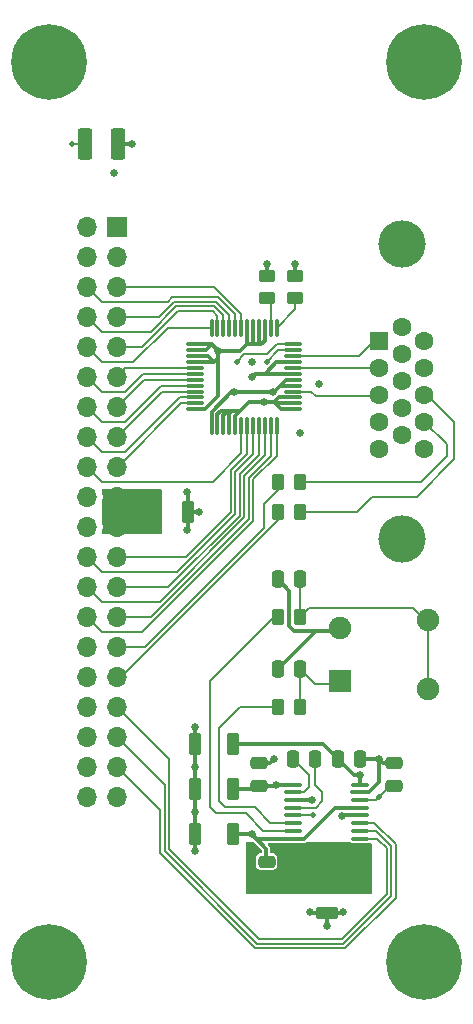
<source format=gbr>
%TF.GenerationSoftware,KiCad,Pcbnew,9.0.2+1*%
%TF.CreationDate,2025-07-26T23:55:51+01:00*%
%TF.ProjectId,ICE40HXDevBoardVGA,49434534-3048-4584-9465-76426f617264,rev?*%
%TF.SameCoordinates,Original*%
%TF.FileFunction,Copper,L1,Top*%
%TF.FilePolarity,Positive*%
%FSLAX46Y46*%
G04 Gerber Fmt 4.6, Leading zero omitted, Abs format (unit mm)*
G04 Created by KiCad (PCBNEW 9.0.2+1) date 2025-07-26 23:55:51*
%MOMM*%
%LPD*%
G01*
G04 APERTURE LIST*
G04 Aperture macros list*
%AMRoundRect*
0 Rectangle with rounded corners*
0 $1 Rounding radius*
0 $2 $3 $4 $5 $6 $7 $8 $9 X,Y pos of 4 corners*
0 Add a 4 corners polygon primitive as box body*
4,1,4,$2,$3,$4,$5,$6,$7,$8,$9,$2,$3,0*
0 Add four circle primitives for the rounded corners*
1,1,$1+$1,$2,$3*
1,1,$1+$1,$4,$5*
1,1,$1+$1,$6,$7*
1,1,$1+$1,$8,$9*
0 Add four rect primitives between the rounded corners*
20,1,$1+$1,$2,$3,$4,$5,0*
20,1,$1+$1,$4,$5,$6,$7,0*
20,1,$1+$1,$6,$7,$8,$9,0*
20,1,$1+$1,$8,$9,$2,$3,0*%
G04 Aperture macros list end*
%TA.AperFunction,SMDPad,CuDef*%
%ADD10RoundRect,0.250000X-0.250000X-0.475000X0.250000X-0.475000X0.250000X0.475000X-0.250000X0.475000X0*%
%TD*%
%TA.AperFunction,SMDPad,CuDef*%
%ADD11RoundRect,0.250000X0.275000X0.700000X-0.275000X0.700000X-0.275000X-0.700000X0.275000X-0.700000X0*%
%TD*%
%TA.AperFunction,ComponentPad*%
%ADD12R,1.900000X1.900000*%
%TD*%
%TA.AperFunction,ComponentPad*%
%ADD13C,1.900000*%
%TD*%
%TA.AperFunction,ComponentPad*%
%ADD14C,6.400000*%
%TD*%
%TA.AperFunction,SMDPad,CuDef*%
%ADD15RoundRect,0.250000X-0.375000X-1.075000X0.375000X-1.075000X0.375000X1.075000X-0.375000X1.075000X0*%
%TD*%
%TA.AperFunction,SMDPad,CuDef*%
%ADD16RoundRect,0.250000X-0.475000X0.250000X-0.475000X-0.250000X0.475000X-0.250000X0.475000X0.250000X0*%
%TD*%
%TA.AperFunction,SMDPad,CuDef*%
%ADD17RoundRect,0.250000X0.475000X-0.250000X0.475000X0.250000X-0.475000X0.250000X-0.475000X-0.250000X0*%
%TD*%
%TA.AperFunction,ComponentPad*%
%ADD18C,4.000000*%
%TD*%
%TA.AperFunction,ComponentPad*%
%ADD19R,1.600000X1.600000*%
%TD*%
%TA.AperFunction,ComponentPad*%
%ADD20C,1.600000*%
%TD*%
%TA.AperFunction,SMDPad,CuDef*%
%ADD21RoundRect,0.250000X-0.262500X-0.450000X0.262500X-0.450000X0.262500X0.450000X-0.262500X0.450000X0*%
%TD*%
%TA.AperFunction,ComponentPad*%
%ADD22R,1.700000X1.700000*%
%TD*%
%TA.AperFunction,ComponentPad*%
%ADD23O,1.700000X1.700000*%
%TD*%
%TA.AperFunction,SMDPad,CuDef*%
%ADD24RoundRect,0.075000X-0.662500X-0.075000X0.662500X-0.075000X0.662500X0.075000X-0.662500X0.075000X0*%
%TD*%
%TA.AperFunction,SMDPad,CuDef*%
%ADD25RoundRect,0.075000X-0.075000X-0.662500X0.075000X-0.662500X0.075000X0.662500X-0.075000X0.662500X0*%
%TD*%
%TA.AperFunction,SMDPad,CuDef*%
%ADD26RoundRect,0.250000X0.250000X0.475000X-0.250000X0.475000X-0.250000X-0.475000X0.250000X-0.475000X0*%
%TD*%
%TA.AperFunction,SMDPad,CuDef*%
%ADD27RoundRect,0.100000X-0.637500X-0.100000X0.637500X-0.100000X0.637500X0.100000X-0.637500X0.100000X0*%
%TD*%
%TA.AperFunction,SMDPad,CuDef*%
%ADD28RoundRect,0.250000X0.450000X-0.262500X0.450000X0.262500X-0.450000X0.262500X-0.450000X-0.262500X0*%
%TD*%
%TA.AperFunction,SMDPad,CuDef*%
%ADD29RoundRect,0.250000X-0.450000X0.262500X-0.450000X-0.262500X0.450000X-0.262500X0.450000X0.262500X0*%
%TD*%
%TA.AperFunction,SMDPad,CuDef*%
%ADD30RoundRect,0.250000X-0.700000X0.275000X-0.700000X-0.275000X0.700000X-0.275000X0.700000X0.275000X0*%
%TD*%
%TA.AperFunction,ViaPad*%
%ADD31C,0.508000*%
%TD*%
%TA.AperFunction,ViaPad*%
%ADD32C,0.635000*%
%TD*%
%TA.AperFunction,Conductor*%
%ADD33C,0.190500*%
%TD*%
%TA.AperFunction,Conductor*%
%ADD34C,0.317500*%
%TD*%
G04 APERTURE END LIST*
D10*
%TO.P,C6,1*%
%TO.N,Net-(U2-CAPP)*%
X103190000Y-128905000D03*
%TO.P,C6,2*%
%TO.N,Net-(U2-CAPM)*%
X105090000Y-128905000D03*
%TD*%
D11*
%TO.P,FB4,1*%
%TO.N,/I2S/AVDD*%
X98095000Y-135255000D03*
%TO.P,FB4,2*%
%TO.N,+3V3*%
X94945000Y-135255000D03*
%TD*%
D12*
%TO.P,J3,R*%
%TO.N,Net-(C10-Pad1)*%
X107165000Y-122265000D03*
D13*
%TO.P,J3,S*%
%TO.N,GNDA*%
X107165000Y-117765000D03*
%TO.P,J3,T*%
%TO.N,Net-(C11-Pad1)*%
X114665000Y-122915000D03*
X114665000Y-117115000D03*
%TD*%
D14*
%TO.P,H4,1,1*%
%TO.N,GND*%
X114300000Y-146050000D03*
%TD*%
D11*
%TO.P,FB1,1*%
%TO.N,+3.3VDAC*%
X94285000Y-107950000D03*
%TO.P,FB1,2*%
%TO.N,+3V3*%
X91135000Y-107950000D03*
%TD*%
D15*
%TO.P,D1,1,K*%
%TO.N,Net-(D1-K)*%
X85595000Y-76835000D03*
%TO.P,D1,2,A*%
%TO.N,+3V3*%
X88395000Y-76835000D03*
%TD*%
D14*
%TO.P,H3,1,1*%
%TO.N,GND*%
X82550000Y-146050000D03*
%TD*%
D11*
%TO.P,FB5,1*%
%TO.N,/I2S/DVDD*%
X98095000Y-127635000D03*
%TO.P,FB5,2*%
%TO.N,+3V3*%
X94945000Y-127635000D03*
%TD*%
D16*
%TO.P,C9,1*%
%TO.N,/I2S/AVDD*%
X100965000Y-137560000D03*
%TO.P,C9,2*%
%TO.N,GNDA*%
X100965000Y-139460000D03*
%TD*%
D17*
%TO.P,C5,1*%
%TO.N,/I2S/CPVDD*%
X100330000Y-131125000D03*
%TO.P,C5,2*%
%TO.N,GNDA*%
X100330000Y-129225000D03*
%TD*%
D18*
%TO.P,J2,0*%
%TO.N,GND*%
X112390000Y-110285000D03*
X112390000Y-85285000D03*
D19*
%TO.P,J2,1*%
%TO.N,/RED*%
X110500000Y-93470000D03*
D20*
%TO.P,J2,2*%
%TO.N,/GREEN*%
X110500000Y-95760000D03*
%TO.P,J2,3*%
%TO.N,/BLUE*%
X110500000Y-98050000D03*
%TO.P,J2,4*%
%TO.N,unconnected-(J2-Pad4)*%
X110500000Y-100340000D03*
%TO.P,J2,5*%
%TO.N,GND*%
X110500000Y-102630000D03*
%TO.P,J2,6*%
X112400000Y-92325000D03*
%TO.P,J2,7*%
X112400000Y-94615000D03*
%TO.P,J2,8*%
X112400000Y-96905000D03*
%TO.P,J2,9*%
%TO.N,unconnected-(J2-Pad9)*%
X112400000Y-99195000D03*
%TO.P,J2,10*%
%TO.N,GND*%
X112400000Y-101485000D03*
%TO.P,J2,11*%
%TO.N,unconnected-(J2-Pad11)*%
X114300000Y-93470000D03*
%TO.P,J2,12*%
%TO.N,unconnected-(J2-Pad12)*%
X114300000Y-95760000D03*
%TO.P,J2,13*%
%TO.N,Net-(J2-Pad13)*%
X114300000Y-98050000D03*
%TO.P,J2,14*%
%TO.N,Net-(J2-Pad14)*%
X114300000Y-100340000D03*
%TO.P,J2,15*%
%TO.N,unconnected-(J2-Pad15)*%
X114300000Y-102630000D03*
%TD*%
D21*
%TO.P,R6,1*%
%TO.N,/HSYNC*%
X101957500Y-107950000D03*
%TO.P,R6,2*%
%TO.N,Net-(J2-Pad13)*%
X103782500Y-107950000D03*
%TD*%
D22*
%TO.P,J1,1,Pin_1*%
%TO.N,+5V*%
X88265000Y-83820000D03*
D23*
%TO.P,J1,2,Pin_2*%
%TO.N,GND*%
X85725000Y-83820000D03*
%TO.P,J1,3,Pin_3*%
%TO.N,unconnected-(J1-Pin_3-Pad3)*%
X88265000Y-86360000D03*
%TO.P,J1,4,Pin_4*%
%TO.N,unconnected-(J1-Pin_4-Pad4)*%
X85725000Y-86360000D03*
%TO.P,J1,5,Pin_5*%
%TO.N,/RED0*%
X88265000Y-88900000D03*
%TO.P,J1,6,Pin_6*%
%TO.N,/RED1*%
X85725000Y-88900000D03*
%TO.P,J1,7,Pin_7*%
%TO.N,/RED2*%
X88265000Y-91440000D03*
%TO.P,J1,8,Pin_8*%
%TO.N,/RED3*%
X85725000Y-91440000D03*
%TO.P,J1,9,Pin_9*%
%TO.N,/RED4*%
X88265000Y-93980000D03*
%TO.P,J1,10,Pin_10*%
%TO.N,/RED5*%
X85725000Y-93980000D03*
%TO.P,J1,11,Pin_11*%
%TO.N,/GREEN0*%
X88265000Y-96520000D03*
%TO.P,J1,12,Pin_12*%
%TO.N,/GREEN1*%
X85725000Y-96520000D03*
%TO.P,J1,13,Pin_13*%
%TO.N,/GREEN2*%
X88265000Y-99060000D03*
%TO.P,J1,14,Pin_14*%
%TO.N,/GREEN3*%
X85725000Y-99060000D03*
%TO.P,J1,15,Pin_15*%
%TO.N,/GREEN4*%
X88265000Y-101600000D03*
%TO.P,J1,16,Pin_16*%
%TO.N,/GREEN5*%
X85725000Y-101600000D03*
%TO.P,J1,17,Pin_17*%
%TO.N,/~{VGABLANK}*%
X88265000Y-104140000D03*
%TO.P,J1,18,Pin_18*%
%TO.N,/BLUE0*%
X85725000Y-104140000D03*
%TO.P,J1,19,Pin_19*%
%TO.N,+3V3*%
X88265000Y-106680000D03*
%TO.P,J1,20,Pin_20*%
%TO.N,GND*%
X85725000Y-106680000D03*
%TO.P,J1,21,Pin_21*%
%TO.N,+3V3*%
X88265000Y-109220000D03*
%TO.P,J1,22,Pin_22*%
%TO.N,GND*%
X85725000Y-109220000D03*
%TO.P,J1,23,Pin_23*%
%TO.N,/BLUE1*%
X88265000Y-111760000D03*
%TO.P,J1,24,Pin_24*%
%TO.N,/BLUE2*%
X85725000Y-111760000D03*
%TO.P,J1,25,Pin_25*%
%TO.N,/BLUE3*%
X88265000Y-114300000D03*
%TO.P,J1,26,Pin_26*%
%TO.N,/BLUE4*%
X85725000Y-114300000D03*
%TO.P,J1,27,Pin_27*%
%TO.N,/BLUE5*%
X88265000Y-116840000D03*
%TO.P,J1,28,Pin_28*%
%TO.N,/DACCLK*%
X85725000Y-116840000D03*
%TO.P,J1,29,Pin_29*%
%TO.N,/VSYNC*%
X88265000Y-119380000D03*
%TO.P,J1,30,Pin_30*%
%TO.N,/I2SMUTE*%
X85725000Y-119380000D03*
%TO.P,J1,31,Pin_31*%
%TO.N,/HSYNC*%
X88265000Y-121920000D03*
%TO.P,J1,32,Pin_32*%
%TO.N,unconnected-(J1-Pin_32-Pad32)*%
X85725000Y-121920000D03*
%TO.P,J1,33,Pin_33*%
%TO.N,/I2SBCK*%
X88265000Y-124460000D03*
%TO.P,J1,34,Pin_34*%
%TO.N,unconnected-(J1-Pin_34-Pad34)*%
X85725000Y-124460000D03*
%TO.P,J1,35,Pin_35*%
%TO.N,/I2SDIN*%
X88265000Y-127000000D03*
%TO.P,J1,36,Pin_36*%
%TO.N,unconnected-(J1-Pin_36-Pad36)*%
X85725000Y-127000000D03*
%TO.P,J1,37,Pin_37*%
%TO.N,/I2SLRCK*%
X88265000Y-129540000D03*
%TO.P,J1,38,Pin_38*%
%TO.N,unconnected-(J1-Pin_38-Pad38)*%
X85725000Y-129540000D03*
%TO.P,J1,39,Pin_39*%
%TO.N,+5V*%
X88265000Y-132080000D03*
%TO.P,J1,40,Pin_40*%
%TO.N,GND*%
X85725000Y-132080000D03*
%TD*%
D11*
%TO.P,FB2,1*%
%TO.N,/I2S/CPVDD*%
X98095000Y-131445000D03*
%TO.P,FB2,2*%
%TO.N,+3V3*%
X94945000Y-131445000D03*
%TD*%
D21*
%TO.P,R8,1*%
%TO.N,Net-(U2-OUTL)*%
X101957500Y-124460000D03*
%TO.P,R8,2*%
%TO.N,Net-(C10-Pad1)*%
X103782500Y-124460000D03*
%TD*%
D10*
%TO.P,C14,1*%
%TO.N,/I2S/DVDD*%
X107000000Y-128905000D03*
%TO.P,C14,2*%
%TO.N,GNDA*%
X108900000Y-128905000D03*
%TD*%
D21*
%TO.P,R9,1*%
%TO.N,Net-(U2-OUTR)*%
X101957500Y-116840000D03*
%TO.P,R9,2*%
%TO.N,Net-(C11-Pad1)*%
X103782500Y-116840000D03*
%TD*%
D24*
%TO.P,U1,1,G0*%
%TO.N,GND*%
X94897500Y-93770000D03*
%TO.P,U1,2,G1*%
X94897500Y-94270000D03*
%TO.P,U1,3,G2*%
X94897500Y-94770000D03*
%TO.P,U1,4,G3*%
X94897500Y-95270000D03*
%TO.P,U1,5,G4*%
%TO.N,/GREEN0*%
X94897500Y-95770000D03*
%TO.P,U1,6,G5*%
%TO.N,/GREEN1*%
X94897500Y-96270000D03*
%TO.P,U1,7,G6*%
%TO.N,/GREEN2*%
X94897500Y-96770000D03*
%TO.P,U1,8,G7*%
%TO.N,/GREEN3*%
X94897500Y-97270000D03*
%TO.P,U1,9,G8*%
%TO.N,/GREEN4*%
X94897500Y-97770000D03*
%TO.P,U1,10,G9*%
%TO.N,/GREEN5*%
X94897500Y-98270000D03*
%TO.P,U1,11,~{BLANK}*%
%TO.N,/~{VGABLANK}*%
X94897500Y-98770000D03*
%TO.P,U1,12,~{SYNC}*%
%TO.N,GND*%
X94897500Y-99270000D03*
D25*
%TO.P,U1,13,VAA*%
%TO.N,+3.3VDAC*%
X96310000Y-100682500D03*
%TO.P,U1,14,B0*%
%TO.N,GND*%
X96810000Y-100682500D03*
%TO.P,U1,15,B1*%
X97310000Y-100682500D03*
%TO.P,U1,16,B2*%
X97810000Y-100682500D03*
%TO.P,U1,17,B3*%
X98310000Y-100682500D03*
%TO.P,U1,18,B4*%
%TO.N,/BLUE0*%
X98810000Y-100682500D03*
%TO.P,U1,19,B5*%
%TO.N,/BLUE1*%
X99310000Y-100682500D03*
%TO.P,U1,20,B6*%
%TO.N,/BLUE2*%
X99810000Y-100682500D03*
%TO.P,U1,21,B7*%
%TO.N,/BLUE3*%
X100310000Y-100682500D03*
%TO.P,U1,22,B8*%
%TO.N,/BLUE4*%
X100810000Y-100682500D03*
%TO.P,U1,23,B9*%
%TO.N,/BLUE5*%
X101310000Y-100682500D03*
%TO.P,U1,24,CLOCK*%
%TO.N,/DACCLK*%
X101810000Y-100682500D03*
D24*
%TO.P,U1,25,GND*%
%TO.N,GND*%
X103222500Y-99270000D03*
%TO.P,U1,26,GND*%
X103222500Y-98770000D03*
%TO.P,U1,27,~{IOB}*%
X103222500Y-98270000D03*
%TO.P,U1,28,IOB*%
%TO.N,/BLUE*%
X103222500Y-97770000D03*
%TO.P,U1,29,VAA*%
%TO.N,+3.3VDAC*%
X103222500Y-97270000D03*
%TO.P,U1,30,VAA*%
X103222500Y-96770000D03*
%TO.P,U1,31,~{IOG}*%
%TO.N,GND*%
X103222500Y-96270000D03*
%TO.P,U1,32,IOG*%
%TO.N,/GREEN*%
X103222500Y-95770000D03*
%TO.P,U1,33,~{IOR}*%
%TO.N,GND*%
X103222500Y-95270000D03*
%TO.P,U1,34,IOR*%
%TO.N,/RED*%
X103222500Y-94770000D03*
%TO.P,U1,35,COMP*%
%TO.N,Net-(U1D-COMP)*%
X103222500Y-94270000D03*
%TO.P,U1,36,VREF*%
%TO.N,Net-(U1D-VREF)*%
X103222500Y-93770000D03*
D25*
%TO.P,U1,37,RSET*%
%TO.N,Net-(U1D-RSET)*%
X101810000Y-92357500D03*
%TO.P,U1,38,~{PSAVE}*%
%TO.N,Net-(U1D-~{PSAVE})*%
X101310000Y-92357500D03*
%TO.P,U1,39,R0*%
%TO.N,GND*%
X100810000Y-92357500D03*
%TO.P,U1,40,R1*%
X100310000Y-92357500D03*
%TO.P,U1,41,R2*%
X99810000Y-92357500D03*
%TO.P,U1,42,R3*%
X99310000Y-92357500D03*
%TO.P,U1,43,R4*%
%TO.N,/RED0*%
X98810000Y-92357500D03*
%TO.P,U1,44,R5*%
%TO.N,/RED1*%
X98310000Y-92357500D03*
%TO.P,U1,45,R6*%
%TO.N,/RED2*%
X97810000Y-92357500D03*
%TO.P,U1,46,R7*%
%TO.N,/RED3*%
X97310000Y-92357500D03*
%TO.P,U1,47,R8*%
%TO.N,/RED4*%
X96810000Y-92357500D03*
%TO.P,U1,48,R9*%
%TO.N,/RED5*%
X96310000Y-92357500D03*
%TD*%
D26*
%TO.P,C11,1*%
%TO.N,Net-(C11-Pad1)*%
X103820000Y-113665000D03*
%TO.P,C11,2*%
%TO.N,GNDA*%
X101920000Y-113665000D03*
%TD*%
D27*
%TO.P,U2,1,CPVDD*%
%TO.N,/I2S/CPVDD*%
X103182500Y-131060000D03*
%TO.P,U2,2,CAPP*%
%TO.N,Net-(U2-CAPP)*%
X103182500Y-131710000D03*
%TO.P,U2,3,CPGND*%
%TO.N,GNDA*%
X103182500Y-132360000D03*
%TO.P,U2,4,CAPM*%
%TO.N,Net-(U2-CAPM)*%
X103182500Y-133010000D03*
%TO.P,U2,5,VNEG*%
%TO.N,Net-(U2-VNEG)*%
X103182500Y-133660000D03*
%TO.P,U2,6,OUTL*%
%TO.N,Net-(U2-OUTL)*%
X103182500Y-134310000D03*
%TO.P,U2,7,OUTR*%
%TO.N,Net-(U2-OUTR)*%
X103182500Y-134960000D03*
%TO.P,U2,8,AVDD*%
%TO.N,/I2S/AVDD*%
X103182500Y-135610000D03*
%TO.P,U2,9,AGND*%
%TO.N,GNDA*%
X103182500Y-136260000D03*
%TO.P,U2,10,DEMP*%
X103182500Y-136910000D03*
%TO.P,U2,11,FLT*%
X108907500Y-136910000D03*
%TO.P,U2,12,SCK*%
X108907500Y-136260000D03*
%TO.P,U2,13,BCK*%
%TO.N,/I2SBCK*%
X108907500Y-135610000D03*
%TO.P,U2,14,DIN*%
%TO.N,/I2SDIN*%
X108907500Y-134960000D03*
%TO.P,U2,15,LRCK*%
%TO.N,/I2SLRCK*%
X108907500Y-134310000D03*
%TO.P,U2,16,FMT*%
%TO.N,GNDA*%
X108907500Y-133660000D03*
%TO.P,U2,17,XSMT*%
%TO.N,/I2S/AVDD*%
X108907500Y-133010000D03*
%TO.P,U2,18,LDOO*%
%TO.N,/I2S/LDOO*%
X108907500Y-132360000D03*
%TO.P,U2,19,DGND*%
%TO.N,GNDA*%
X108907500Y-131710000D03*
%TO.P,U2,20,DVDD*%
%TO.N,/I2S/DVDD*%
X108907500Y-131060000D03*
%TD*%
D14*
%TO.P,H2,1,1*%
%TO.N,GND*%
X114300000Y-69850000D03*
%TD*%
D26*
%TO.P,C10,1*%
%TO.N,Net-(C10-Pad1)*%
X103820000Y-121285000D03*
%TO.P,C10,2*%
%TO.N,GNDA*%
X101920000Y-121285000D03*
%TD*%
D16*
%TO.P,C15,1*%
%TO.N,GNDA*%
X111760000Y-129225000D03*
%TO.P,C15,2*%
%TO.N,/I2S/LDOO*%
X111760000Y-131125000D03*
%TD*%
D28*
%TO.P,R2,1*%
%TO.N,Net-(U1D-RSET)*%
X103378000Y-89812500D03*
%TO.P,R2,2*%
%TO.N,GND*%
X103378000Y-87987500D03*
%TD*%
D21*
%TO.P,R7,1*%
%TO.N,/VSYNC*%
X101957500Y-105410000D03*
%TO.P,R7,2*%
%TO.N,Net-(J2-Pad14)*%
X103782500Y-105410000D03*
%TD*%
D29*
%TO.P,R5,1*%
%TO.N,+3.3VDAC*%
X100965000Y-87987500D03*
%TO.P,R5,2*%
%TO.N,Net-(U1D-~{PSAVE})*%
X100965000Y-89812500D03*
%TD*%
D14*
%TO.P,H1,1,1*%
%TO.N,GND*%
X82550000Y-69850000D03*
%TD*%
D30*
%TO.P,FB3,1*%
%TO.N,GNDA*%
X106045000Y-138760000D03*
%TO.P,FB3,2*%
%TO.N,GND*%
X106045000Y-141910000D03*
%TD*%
D31*
%TO.N,Net-(U1D-COMP)*%
X100965000Y-95250000D03*
D32*
%TO.N,+3V3*%
X94945000Y-136652000D03*
X94945000Y-126187000D03*
X94945000Y-129540000D03*
X94945000Y-133350000D03*
X89535000Y-76835000D03*
D31*
%TO.N,Net-(U1D-VREF)*%
X98425000Y-95250000D03*
D32*
%TO.N,GND*%
X105410000Y-97155000D03*
X88011000Y-79248000D03*
X99695000Y-96520000D03*
X104648000Y-141859000D03*
X100711000Y-98679000D03*
X103782500Y-101242500D03*
X107442000Y-141859000D03*
X96837500Y-94297500D03*
X106045000Y-143002000D03*
X103378000Y-86995000D03*
%TO.N,+3.3VDAC*%
X95250000Y-107950000D03*
X94234000Y-109474000D03*
X100965000Y-86995000D03*
X99695000Y-95250000D03*
X94234000Y-106299000D03*
X101473000Y-97790000D03*
X98171000Y-97790000D03*
%TO.N,/I2S/CPVDD*%
X101731000Y-131060000D03*
%TO.N,GNDA*%
X104775000Y-132360000D03*
X107315000Y-133664050D03*
X99735000Y-139700000D03*
X110490000Y-128905000D03*
X102108000Y-139700000D03*
X106045000Y-136779000D03*
X103251000Y-138557000D03*
X101600000Y-128905000D03*
X108966000Y-138557000D03*
D31*
%TO.N,Net-(U2-VNEG)*%
X104938375Y-133640375D03*
D32*
%TO.N,/I2S/AVDD*%
X99695000Y-135255000D03*
%TO.N,/I2S/DVDD*%
X108907500Y-130233500D03*
D31*
%TO.N,/I2S/LDOO*%
X110490000Y-132080000D03*
%TO.N,Net-(D1-K)*%
X84455000Y-76835000D03*
%TD*%
D33*
%TO.N,Net-(U1D-COMP)*%
X103222500Y-94270000D02*
X101945000Y-94270000D01*
X101945000Y-94270000D02*
X100965000Y-95250000D01*
D34*
%TO.N,+3V3*%
X88395000Y-76835000D02*
X89535000Y-76835000D01*
X94945000Y-136652000D02*
X94945000Y-135255000D01*
X94945000Y-131445000D02*
X94945000Y-135255000D01*
X94945000Y-127635000D02*
X94945000Y-129540000D01*
X94945000Y-129540000D02*
X94945000Y-131445000D01*
X94945000Y-126187000D02*
X94945000Y-127635000D01*
D33*
%TO.N,Net-(U1D-VREF)*%
X103222500Y-93770000D02*
X101810000Y-93770000D01*
X100965000Y-94615000D02*
X99060000Y-94615000D01*
X99060000Y-94615000D02*
X98425000Y-95250000D01*
X101810000Y-93770000D02*
X100965000Y-94615000D01*
D34*
%TO.N,GND*%
X97810000Y-99611500D02*
X98044000Y-99377500D01*
X98310000Y-99810000D02*
X98742500Y-99377500D01*
X100810000Y-92357500D02*
X100810000Y-93500000D01*
X99310000Y-92357500D02*
X99310000Y-93781030D01*
X94897500Y-93770000D02*
X96310000Y-93770000D01*
X94897500Y-94770000D02*
X96020000Y-94770000D01*
X96837500Y-94297500D02*
X96837500Y-94972500D01*
X104699000Y-141910000D02*
X104648000Y-141859000D01*
X94897500Y-94270000D02*
X95810000Y-94270000D01*
X95737060Y-99270000D02*
X96837500Y-98169560D01*
X94897500Y-99270000D02*
X95737060Y-99270000D01*
X96310000Y-93770000D02*
X96837500Y-94297500D01*
X96540000Y-95270000D02*
X96520000Y-95270000D01*
X100310000Y-93761030D02*
X100330000Y-93781030D01*
X98742500Y-99377500D02*
X98044000Y-99377500D01*
X103378000Y-87987500D02*
X103378000Y-86995000D01*
X102009000Y-98270000D02*
X103222500Y-98270000D01*
X97663000Y-99377500D02*
X97091500Y-99377500D01*
X101600000Y-98679000D02*
X101691000Y-98770000D01*
X100711000Y-98679000D02*
X99441000Y-98679000D01*
X107391000Y-141910000D02*
X107442000Y-141859000D01*
X99441000Y-98679000D02*
X98742500Y-99377500D01*
X100810000Y-93500000D02*
X100528970Y-93781030D01*
X100711000Y-98679000D02*
X101600000Y-98679000D01*
X106045000Y-141910000D02*
X104699000Y-141910000D01*
X99695000Y-93781030D02*
X99310000Y-93781030D01*
X103222500Y-96270000D02*
X100965000Y-96270000D01*
X99695000Y-96520000D02*
X99945000Y-96270000D01*
X97810000Y-100682500D02*
X97810000Y-99611500D01*
X97091500Y-99377500D02*
X96810000Y-99659000D01*
X98044000Y-99377500D02*
X97663000Y-99377500D01*
X101600000Y-98679000D02*
X102009000Y-98270000D01*
X101691000Y-98770000D02*
X103222500Y-98770000D01*
X99810000Y-92357500D02*
X99810000Y-93666030D01*
X99945000Y-96270000D02*
X100965000Y-96270000D01*
X100310000Y-92357500D02*
X100310000Y-93761030D01*
X102191000Y-99270000D02*
X101600000Y-98679000D01*
X99810000Y-93666030D02*
X99695000Y-93781030D01*
X98310000Y-100682500D02*
X98310000Y-99810000D01*
X96020000Y-94770000D02*
X96520000Y-95270000D01*
X101798125Y-95270000D02*
X100965000Y-96103125D01*
X103222500Y-99270000D02*
X102191000Y-99270000D01*
X99310000Y-93781030D02*
X98920530Y-94170500D01*
X96837500Y-94972500D02*
X96540000Y-95270000D01*
X95810000Y-94270000D02*
X96310000Y-93770000D01*
X97310000Y-99730500D02*
X97663000Y-99377500D01*
X98748882Y-94297500D02*
X96837500Y-94297500D01*
X96810000Y-99659000D02*
X96810000Y-100682500D01*
X98875882Y-94170500D02*
X98748882Y-94297500D01*
X98920530Y-94170500D02*
X98875882Y-94170500D01*
X100528970Y-93781030D02*
X100330000Y-93781030D01*
X96520000Y-95270000D02*
X94897500Y-95270000D01*
X100965000Y-96103125D02*
X100965000Y-96270000D01*
X106045000Y-141910000D02*
X106045000Y-143002000D01*
X96837500Y-98169560D02*
X96837500Y-94972500D01*
X103222500Y-95270000D02*
X101798125Y-95270000D01*
X100330000Y-93781030D02*
X99695000Y-93781030D01*
X106045000Y-141910000D02*
X107391000Y-141910000D01*
X97310000Y-100682500D02*
X97310000Y-99730500D01*
D33*
%TO.N,/BLUE1*%
X99310000Y-103031816D02*
X99310000Y-100682500D01*
X88265000Y-111760000D02*
X94107000Y-111760000D01*
X94107000Y-111760000D02*
X97917000Y-107950000D01*
X97917000Y-104424816D02*
X99310000Y-103031816D01*
X97917000Y-107950000D02*
X97917000Y-104424816D01*
%TO.N,/RED3*%
X97310000Y-91312556D02*
X97310000Y-92357500D01*
X86995000Y-92710000D02*
X91155184Y-92710000D01*
X96548444Y-90551000D02*
X97310000Y-91312556D01*
X91155184Y-92710000D02*
X93314184Y-90551000D01*
X85725000Y-91440000D02*
X86995000Y-92710000D01*
X93314184Y-90551000D02*
X96548444Y-90551000D01*
%TO.N,/HSYNC*%
X101957500Y-108608500D02*
X101957500Y-107950000D01*
X88265000Y-121920000D02*
X88646000Y-121920000D01*
X88646000Y-121920000D02*
X101957500Y-108608500D01*
%TO.N,/GREEN0*%
X89015000Y-95770000D02*
X94897500Y-95770000D01*
X88265000Y-96520000D02*
X89015000Y-95770000D01*
%TO.N,/BLUE5*%
X91182264Y-116840000D02*
X88265000Y-116840000D01*
X99441000Y-105056080D02*
X99441000Y-108581264D01*
X101310000Y-100682500D02*
X101310000Y-103187080D01*
X101310000Y-103187080D02*
X99441000Y-105056080D01*
X99441000Y-108581264D02*
X91182264Y-116840000D01*
%TO.N,/GREEN1*%
X88996184Y-97790000D02*
X90516184Y-96270000D01*
X86995000Y-97790000D02*
X88996184Y-97790000D01*
X90516184Y-96270000D02*
X94897500Y-96270000D01*
X85725000Y-96520000D02*
X86995000Y-97790000D01*
%TO.N,/GREEN3*%
X85725000Y-99060000D02*
X86995000Y-100330000D01*
X92056184Y-97270000D02*
X94897500Y-97270000D01*
X86995000Y-100330000D02*
X88996184Y-100330000D01*
X88996184Y-100330000D02*
X92056184Y-97270000D01*
%TO.N,/RED1*%
X92617552Y-90170000D02*
X92998552Y-89789000D01*
X96864076Y-89789000D02*
X98310000Y-91234924D01*
X85725000Y-88900000D02*
X86995000Y-90170000D01*
X86995000Y-90170000D02*
X92617552Y-90170000D01*
X98310000Y-91234924D02*
X98310000Y-92357500D01*
X92998552Y-89789000D02*
X96864076Y-89789000D01*
D34*
%TO.N,+3.3VDAC*%
X94285000Y-106350000D02*
X94234000Y-106299000D01*
X94285000Y-107950000D02*
X94285000Y-109423000D01*
X102620000Y-96770000D02*
X103222500Y-96770000D01*
X100965000Y-87987500D02*
X100965000Y-86995000D01*
X94285000Y-109423000D02*
X94234000Y-109474000D01*
X101600000Y-97790000D02*
X102620000Y-96770000D01*
X101600000Y-97790000D02*
X101473000Y-97790000D01*
X96310000Y-99458540D02*
X96310000Y-100682500D01*
X98171000Y-97790000D02*
X97978540Y-97790000D01*
X94285000Y-107950000D02*
X95250000Y-107950000D01*
X101473000Y-97790000D02*
X98171000Y-97790000D01*
X101600000Y-97790000D02*
X102120000Y-97270000D01*
X102120000Y-97270000D02*
X103222500Y-97270000D01*
X97978540Y-97790000D02*
X96310000Y-99458540D01*
X94285000Y-107950000D02*
X94285000Y-106350000D01*
D33*
%TO.N,/DACCLK*%
X101810000Y-103225896D02*
X101810000Y-100682500D01*
X90451080Y-118110000D02*
X99822000Y-108739080D01*
X85725000Y-116840000D02*
X86995000Y-118110000D01*
X99822000Y-108739080D02*
X99822000Y-105213896D01*
X99822000Y-105213896D02*
X101810000Y-103225896D01*
X86995000Y-118110000D02*
X90451080Y-118110000D01*
%TO.N,/RED4*%
X96810000Y-91351372D02*
X96810000Y-92357500D01*
X90424000Y-93980000D02*
X93472000Y-90932000D01*
X93472000Y-90932000D02*
X96390628Y-90932000D01*
X96390628Y-90932000D02*
X96810000Y-91351372D01*
X88265000Y-93980000D02*
X90424000Y-93980000D01*
%TO.N,/RED2*%
X97810000Y-91273740D02*
X97810000Y-92357500D01*
X96706260Y-90170000D02*
X97810000Y-91273740D01*
X93156368Y-90170000D02*
X96706260Y-90170000D01*
X91886368Y-91440000D02*
X93156368Y-90170000D01*
X88265000Y-91440000D02*
X91886368Y-91440000D01*
%TO.N,/VSYNC*%
X88265000Y-119380000D02*
X90647184Y-119380000D01*
X101957500Y-106068500D02*
X101957500Y-105410000D01*
X100711000Y-109316184D02*
X100711000Y-107315000D01*
X100711000Y-107315000D02*
X101957500Y-106068500D01*
X90647184Y-119380000D02*
X100711000Y-109316184D01*
%TO.N,/GREEN2*%
X90555000Y-96770000D02*
X94897500Y-96770000D01*
X88265000Y-99060000D02*
X90555000Y-96770000D01*
%TO.N,/GREEN5*%
X93596184Y-98270000D02*
X94897500Y-98270000D01*
X86995000Y-102870000D02*
X88996184Y-102870000D01*
X85725000Y-101600000D02*
X86995000Y-102870000D01*
X88996184Y-102870000D02*
X93596184Y-98270000D01*
%TO.N,/RED0*%
X96513892Y-88900000D02*
X98810000Y-91196108D01*
X88265000Y-88900000D02*
X96513892Y-88900000D01*
X98810000Y-91196108D02*
X98810000Y-92357500D01*
%TO.N,/BLUE4*%
X100810000Y-100682500D02*
X100810000Y-103148264D01*
X99060000Y-104898264D02*
X99060000Y-108423448D01*
X91913448Y-115570000D02*
X86995000Y-115570000D01*
X99060000Y-108423448D02*
X91913448Y-115570000D01*
X86995000Y-115570000D02*
X85725000Y-114300000D01*
X100810000Y-103148264D02*
X99060000Y-104898264D01*
D34*
%TO.N,/I2S/CPVDD*%
X98095000Y-131445000D02*
X100010000Y-131445000D01*
X101731000Y-131060000D02*
X103182500Y-131060000D01*
X101666000Y-131125000D02*
X100330000Y-131125000D01*
X100010000Y-131445000D02*
X100330000Y-131125000D01*
X101731000Y-131060000D02*
X101666000Y-131125000D01*
D33*
%TO.N,/RED5*%
X85725000Y-93980000D02*
X86995000Y-95250000D01*
X89692816Y-95250000D02*
X92585316Y-92357500D01*
X92585316Y-92357500D02*
X96310000Y-92357500D01*
X86995000Y-95250000D02*
X89692816Y-95250000D01*
%TO.N,/GREEN4*%
X88265000Y-101600000D02*
X92095000Y-97770000D01*
X92095000Y-97770000D02*
X94897500Y-97770000D01*
D34*
%TO.N,GNDA*%
X102870000Y-114615000D02*
X102870000Y-117602000D01*
X101920000Y-121285000D02*
X105186000Y-118019000D01*
X101920000Y-113665000D02*
X102870000Y-114615000D01*
X109644999Y-131710000D02*
X110490000Y-130864999D01*
X108900000Y-128905000D02*
X110490000Y-128905000D01*
X111760000Y-129225000D02*
X110810000Y-129225000D01*
X108181894Y-131710000D02*
X108907500Y-131710000D01*
X107319050Y-133660000D02*
X108907500Y-133660000D01*
X100135000Y-139300000D02*
X100925000Y-139300000D01*
X101708000Y-139300000D02*
X100925000Y-139300000D01*
X101280000Y-129225000D02*
X101600000Y-128905000D01*
X107315000Y-133664050D02*
X107319050Y-133660000D01*
X103182500Y-132360000D02*
X104775000Y-132360000D01*
X100330000Y-129225000D02*
X101280000Y-129225000D01*
X102870000Y-117602000D02*
X103287000Y-118019000D01*
X102108000Y-139700000D02*
X101708000Y-139300000D01*
X110810000Y-129225000D02*
X110490000Y-128905000D01*
X103287000Y-118019000D02*
X105186000Y-118019000D01*
X108907500Y-131710000D02*
X109644999Y-131710000D01*
X110490000Y-130864999D02*
X110490000Y-128905000D01*
X105186000Y-118019000D02*
X107165000Y-118019000D01*
X99735000Y-139700000D02*
X100135000Y-139300000D01*
D33*
%TO.N,/BLUE0*%
X86995000Y-105410000D02*
X85725000Y-104140000D01*
X98810000Y-100682500D02*
X98810000Y-102993000D01*
X96393000Y-105410000D02*
X86995000Y-105410000D01*
X98810000Y-102993000D02*
X96393000Y-105410000D01*
%TO.N,/~{VGABLANK}*%
X88392000Y-104140000D02*
X88265000Y-104140000D01*
X94897500Y-98770000D02*
X93762000Y-98770000D01*
X93762000Y-98770000D02*
X88392000Y-104140000D01*
%TO.N,Net-(U2-CAPM)*%
X105115000Y-133010000D02*
X105664000Y-132461000D01*
X105664000Y-131699000D02*
X105029000Y-131064000D01*
X105664000Y-132461000D02*
X105664000Y-131699000D01*
X105029000Y-128966000D02*
X105090000Y-128905000D01*
X105029000Y-131064000D02*
X105029000Y-128966000D01*
X103182500Y-133010000D02*
X105115000Y-133010000D01*
%TO.N,/BLUE3*%
X88265000Y-114300000D02*
X92644632Y-114300000D01*
X98679000Y-108265632D02*
X98679000Y-104740448D01*
X92644632Y-114300000D02*
X98679000Y-108265632D01*
X100310000Y-103109448D02*
X100310000Y-100682500D01*
X98679000Y-104740448D02*
X100310000Y-103109448D01*
%TO.N,/BLUE2*%
X99810000Y-103070632D02*
X98298000Y-104582632D01*
X93375816Y-113030000D02*
X86995000Y-113030000D01*
X86995000Y-113030000D02*
X85725000Y-111760000D01*
X98298000Y-104582632D02*
X98298000Y-108107816D01*
X99810000Y-100682500D02*
X99810000Y-103070632D01*
X98298000Y-108107816D02*
X93375816Y-113030000D01*
%TO.N,/RED*%
X103222500Y-94770000D02*
X108784669Y-94770000D01*
X108784669Y-94770000D02*
X110084669Y-93470000D01*
%TO.N,/BLUE*%
X110379000Y-98171000D02*
X110500000Y-98050000D01*
X103222500Y-97770000D02*
X104755000Y-97770000D01*
X105156000Y-98171000D02*
X110379000Y-98171000D01*
X104755000Y-97770000D02*
X105156000Y-98171000D01*
%TO.N,Net-(J2-Pad14)*%
X103782500Y-105410000D02*
X114046000Y-105410000D01*
X116205000Y-102245000D02*
X114300000Y-100340000D01*
X114046000Y-105410000D02*
X116205000Y-103251000D01*
X116205000Y-103251000D02*
X116205000Y-102245000D01*
%TO.N,Net-(J2-Pad13)*%
X116840000Y-103505000D02*
X116840000Y-100330000D01*
X109855000Y-106680000D02*
X113665000Y-106680000D01*
X116840000Y-100330000D02*
X114560000Y-98050000D01*
X113665000Y-106680000D02*
X116840000Y-103505000D01*
X108585000Y-107950000D02*
X109855000Y-106680000D01*
X103782500Y-107950000D02*
X108585000Y-107950000D01*
%TO.N,/GREEN*%
X103222500Y-95770000D02*
X110074669Y-95770000D01*
X110074669Y-95770000D02*
X110084669Y-95760000D01*
%TO.N,Net-(U1D-RSET)*%
X101810000Y-92357500D02*
X103378000Y-90789500D01*
X103378000Y-90789500D02*
X103378000Y-89812500D01*
%TO.N,Net-(U1D-~{PSAVE})*%
X100965000Y-89812500D02*
X101310000Y-90157500D01*
X101310000Y-90157500D02*
X101310000Y-92357500D01*
%TO.N,Net-(U2-CAPP)*%
X104521000Y-130236000D02*
X104521000Y-131289652D01*
X104521000Y-131289652D02*
X104100652Y-131710000D01*
X104100652Y-131710000D02*
X103182500Y-131710000D01*
X103190000Y-128905000D02*
X104521000Y-130236000D01*
%TO.N,Net-(U2-VNEG)*%
X104918750Y-133660000D02*
X103182500Y-133660000D01*
X104938375Y-133640375D02*
X104918750Y-133660000D01*
D34*
%TO.N,/I2S/AVDD*%
X100925000Y-136485000D02*
X100925000Y-137400000D01*
X99695000Y-135255000D02*
X100050000Y-135610000D01*
X99695000Y-135255000D02*
X100925000Y-136485000D01*
X103182500Y-135610000D02*
X104166000Y-135610000D01*
X104166000Y-135610000D02*
X106778700Y-132997300D01*
X99695000Y-135255000D02*
X98095000Y-135255000D01*
X108894800Y-132997300D02*
X108907500Y-133010000D01*
X106778700Y-132997300D02*
X108894800Y-132997300D01*
X100050000Y-135610000D02*
X103182500Y-135610000D01*
D33*
%TO.N,Net-(C10-Pad1)*%
X103820000Y-121285000D02*
X105054000Y-122519000D01*
X103820000Y-124422500D02*
X103782500Y-124460000D01*
X103820000Y-121285000D02*
X103820000Y-124422500D01*
X107165000Y-122519000D02*
X107165000Y-122560500D01*
X105054000Y-122519000D02*
X107165000Y-122519000D01*
%TO.N,Net-(C11-Pad1)*%
X104544500Y-116078000D02*
X113374000Y-116078000D01*
X113374000Y-116078000D02*
X114665000Y-117369000D01*
X103782500Y-116840000D02*
X104544500Y-116078000D01*
X103820000Y-116802500D02*
X103782500Y-116840000D01*
X114665000Y-117369000D02*
X114665000Y-123169000D01*
X103820000Y-113665000D02*
X103820000Y-116802500D01*
D34*
%TO.N,/I2S/DVDD*%
X108328500Y-130233500D02*
X107000000Y-128905000D01*
X98095000Y-127635000D02*
X105730000Y-127635000D01*
X108907500Y-130233500D02*
X108328500Y-130233500D01*
X108907500Y-130233500D02*
X108907500Y-131060000D01*
X105730000Y-127635000D02*
X107000000Y-128905000D01*
D33*
%TO.N,/I2S/LDOO*%
X110210000Y-132360000D02*
X110490000Y-132080000D01*
X111760000Y-131125000D02*
X111445000Y-131125000D01*
X108907500Y-132360000D02*
X110210000Y-132360000D01*
X111445000Y-131125000D02*
X110490000Y-132080000D01*
%TO.N,Net-(D1-K)*%
X84455000Y-76835000D02*
X85595000Y-76835000D01*
D34*
%TO.N,+5V*%
X88395000Y-83690000D02*
X88265000Y-83820000D01*
D33*
%TO.N,/I2SLRCK*%
X100014368Y-144907000D02*
X91948000Y-136840632D01*
X107630632Y-144907000D02*
X100014368Y-144907000D01*
X110083816Y-134310000D02*
X111887000Y-136113184D01*
X91948000Y-133223000D02*
X88265000Y-129540000D01*
X111887000Y-136113184D02*
X111887000Y-140650632D01*
X91948000Y-136840632D02*
X91948000Y-133223000D01*
X108907500Y-134310000D02*
X110083816Y-134310000D01*
X111887000Y-140650632D02*
X107630632Y-144907000D01*
%TO.N,/I2SBCK*%
X111125000Y-140335000D02*
X107315000Y-144145000D01*
X107315000Y-144145000D02*
X100330000Y-144145000D01*
X111125000Y-136428816D02*
X111125000Y-140335000D01*
X100330000Y-144145000D02*
X92710000Y-136525000D01*
X92710000Y-128905000D02*
X88265000Y-124460000D01*
X92710000Y-136525000D02*
X92710000Y-128905000D01*
X110306184Y-135610000D02*
X111125000Y-136428816D01*
X108907500Y-135610000D02*
X110306184Y-135610000D01*
%TO.N,/I2SDIN*%
X108907500Y-134960000D02*
X110195000Y-134960000D01*
X107472816Y-144526000D02*
X100172184Y-144526000D01*
X92329000Y-131064000D02*
X88265000Y-127000000D01*
X111506000Y-140492816D02*
X107472816Y-144526000D01*
X111506000Y-136271000D02*
X111506000Y-140492816D01*
X110195000Y-134960000D02*
X111506000Y-136271000D01*
X100172184Y-144526000D02*
X92329000Y-136682816D01*
X92329000Y-136682816D02*
X92329000Y-131064000D01*
%TO.N,Net-(U2-OUTL)*%
X101290000Y-134310000D02*
X99949000Y-132969000D01*
X103182500Y-134310000D02*
X101290000Y-134310000D01*
X96901000Y-126238000D02*
X98679000Y-124460000D01*
X96901000Y-132461000D02*
X96901000Y-126238000D01*
X97409000Y-132969000D02*
X96901000Y-132461000D01*
X98679000Y-124460000D02*
X101957500Y-124460000D01*
X99949000Y-132969000D02*
X97409000Y-132969000D01*
%TO.N,Net-(U2-OUTR)*%
X96647000Y-133477000D02*
X96139000Y-132969000D01*
X96139000Y-132969000D02*
X96139000Y-122301000D01*
X96139000Y-122301000D02*
X101600000Y-116840000D01*
X99187000Y-133477000D02*
X96647000Y-133477000D01*
X100670000Y-134960000D02*
X99187000Y-133477000D01*
X103182500Y-134960000D02*
X100670000Y-134960000D01*
X101600000Y-116840000D02*
X101957500Y-116840000D01*
%TD*%
%TA.AperFunction,Conductor*%
%TO.N,GNDA*%
G36*
X99851056Y-135909685D02*
G01*
X99871698Y-135926319D01*
X100538931Y-136593552D01*
X100553634Y-136620479D01*
X100570227Y-136646298D01*
X100571118Y-136652498D01*
X100572416Y-136654875D01*
X100575250Y-136681233D01*
X100575250Y-136745000D01*
X100555565Y-136812039D01*
X100502761Y-136857794D01*
X100451250Y-136869000D01*
X100436878Y-136869000D01*
X100407090Y-136871793D01*
X100407087Y-136871793D01*
X100407087Y-136871794D01*
X100281607Y-136915701D01*
X100281606Y-136915701D01*
X100281605Y-136915702D01*
X100174643Y-136994643D01*
X100095702Y-137101605D01*
X100051793Y-137227090D01*
X100049000Y-137256877D01*
X100049000Y-137863122D01*
X100051793Y-137892909D01*
X100051793Y-137892911D01*
X100051794Y-137892913D01*
X100095701Y-138018393D01*
X100095702Y-138018394D01*
X100174643Y-138125356D01*
X100237198Y-138171523D01*
X100281607Y-138204299D01*
X100407087Y-138248206D01*
X100419856Y-138249403D01*
X100436878Y-138251000D01*
X100436882Y-138251000D01*
X101493122Y-138251000D01*
X101508015Y-138249603D01*
X101522913Y-138248206D01*
X101648393Y-138204299D01*
X101755356Y-138125356D01*
X101834299Y-138018393D01*
X101878206Y-137892913D01*
X101881000Y-137863118D01*
X101881000Y-137256882D01*
X101878206Y-137227087D01*
X101834299Y-137101607D01*
X101771408Y-137016393D01*
X101755356Y-136994643D01*
X101648394Y-136915702D01*
X101648393Y-136915701D01*
X101522913Y-136871794D01*
X101522911Y-136871793D01*
X101522909Y-136871793D01*
X101493122Y-136869000D01*
X101493118Y-136869000D01*
X101398750Y-136869000D01*
X101390064Y-136866449D01*
X101381103Y-136867738D01*
X101357062Y-136856759D01*
X101331711Y-136849315D01*
X101325783Y-136842474D01*
X101317547Y-136838713D01*
X101303257Y-136816478D01*
X101285956Y-136796511D01*
X101283668Y-136785996D01*
X101279773Y-136779935D01*
X101274750Y-136745000D01*
X101274750Y-136541048D01*
X101274751Y-136541035D01*
X101274751Y-136438957D01*
X101274751Y-136438955D01*
X101250915Y-136350002D01*
X101204870Y-136270248D01*
X101106053Y-136171431D01*
X101072568Y-136110108D01*
X101077552Y-136040416D01*
X101119424Y-135984483D01*
X101184888Y-135960066D01*
X101193734Y-135959750D01*
X102364033Y-135959750D01*
X102414120Y-135970316D01*
X102477219Y-135998177D01*
X102477218Y-135998177D01*
X102477221Y-135998178D01*
X102501547Y-136001000D01*
X103863452Y-136000999D01*
X103887779Y-135998178D01*
X103950880Y-135970315D01*
X103960595Y-135968266D01*
X103966031Y-135964773D01*
X104000966Y-135959750D01*
X104112343Y-135959750D01*
X104112359Y-135959751D01*
X104119955Y-135959751D01*
X104212043Y-135959751D01*
X104212045Y-135959751D01*
X104300999Y-135935915D01*
X104330190Y-135919061D01*
X104351759Y-135906608D01*
X104413751Y-135890000D01*
X107987101Y-135890000D01*
X108054140Y-135909685D01*
X108074782Y-135926319D01*
X108102696Y-135954233D01*
X108202219Y-135998177D01*
X108202218Y-135998177D01*
X108202221Y-135998178D01*
X108226547Y-136001000D01*
X109588452Y-136000999D01*
X109612779Y-135998178D01*
X109680914Y-135968092D01*
X109750191Y-135959021D01*
X109813376Y-135988844D01*
X109850408Y-136048093D01*
X109855000Y-136081527D01*
X109855000Y-140211000D01*
X109835315Y-140278039D01*
X109782511Y-140323794D01*
X109731000Y-140335000D01*
X99311000Y-140335000D01*
X99243961Y-140315315D01*
X99198206Y-140262511D01*
X99187000Y-140211000D01*
X99187000Y-136014000D01*
X99206685Y-135946961D01*
X99259489Y-135901206D01*
X99311000Y-135890000D01*
X99784017Y-135890000D01*
X99851056Y-135909685D01*
G37*
%TD.AperFunction*%
%TD*%
%TA.AperFunction,Conductor*%
%TO.N,+3V3*%
G36*
X92018039Y-106025435D02*
G01*
X92063794Y-106078239D01*
X92075000Y-106129750D01*
X92075000Y-109731000D01*
X92055315Y-109798039D01*
X92002511Y-109843794D01*
X91951000Y-109855000D01*
X87119000Y-109855000D01*
X87110314Y-109852449D01*
X87101353Y-109853738D01*
X87077312Y-109842759D01*
X87051961Y-109835315D01*
X87046033Y-109828474D01*
X87037797Y-109824713D01*
X87023507Y-109802478D01*
X87006206Y-109782511D01*
X87003918Y-109771996D01*
X87000023Y-109765935D01*
X86995000Y-109731000D01*
X86995000Y-109701289D01*
X87001069Y-109662971D01*
X87042246Y-109536243D01*
X87075500Y-109326287D01*
X87075500Y-109113713D01*
X87042246Y-108903757D01*
X87001068Y-108777027D01*
X86995000Y-108738709D01*
X86995000Y-107161289D01*
X87001069Y-107122971D01*
X87042246Y-106996243D01*
X87075500Y-106786287D01*
X87075500Y-106573713D01*
X87042246Y-106363757D01*
X87001068Y-106237027D01*
X87000699Y-106234697D01*
X87000023Y-106233644D01*
X86995000Y-106198709D01*
X86995000Y-106129750D01*
X87014685Y-106062711D01*
X87067489Y-106016956D01*
X87119000Y-106005750D01*
X91951000Y-106005750D01*
X92018039Y-106025435D01*
G37*
%TD.AperFunction*%
%TD*%
M02*

</source>
